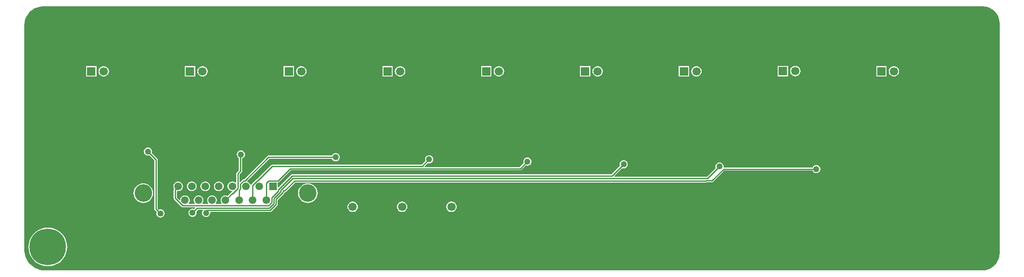
<source format=gbl>
G04*
G04 #@! TF.GenerationSoftware,Altium Limited,Altium Designer,20.0.11 (256)*
G04*
G04 Layer_Physical_Order=2*
G04 Layer_Color=16711680*
%FSLAX25Y25*%
%MOIN*%
G70*
G01*
G75*
%ADD10C,0.00984*%
%ADD39C,0.06653*%
%ADD40R,0.06653X0.06653*%
%ADD46C,0.29134*%
%ADD47C,0.06102*%
%ADD48R,0.06102X0.06102*%
%ADD49C,0.13976*%
%ADD50C,0.04921*%
G36*
X744776Y191910D02*
X745275Y191910D01*
X745764Y191883D01*
X747399Y191754D01*
X749470Y191257D01*
X751438Y190441D01*
X753255Y189328D01*
X754874Y187945D01*
X756258Y186325D01*
X757371Y184509D01*
X758186Y182541D01*
X758683Y180470D01*
X758812Y178838D01*
X758839Y178346D01*
X758839Y178346D01*
X758839Y177852D01*
X758839Y-4225D01*
X758839Y-4724D01*
X758839Y-4724D01*
X758813Y-5213D01*
X758679Y-6910D01*
X758168Y-9041D01*
X757329Y-11066D01*
X756183Y-12935D01*
X754760Y-14602D01*
X753093Y-16026D01*
X751224Y-17171D01*
X749199Y-18010D01*
X747067Y-18522D01*
X744926Y-18690D01*
X744882Y-18681D01*
X-2362D01*
X-2362Y-18681D01*
Y-18681D01*
X-2851Y-18654D01*
X-4493Y-18546D01*
X-6587Y-18129D01*
X-8609Y-17443D01*
X-10524Y-16499D01*
X-12299Y-15313D01*
X-13905Y-13905D01*
X-15313Y-12299D01*
X-16499Y-10524D01*
X-17443Y-8609D01*
X-18129Y-6587D01*
X-18546Y-4493D01*
X-18654Y-2851D01*
X-18681Y-2362D01*
X-18681D01*
Y177165D01*
X-18692Y177219D01*
X-18515Y179474D01*
X-17974Y181726D01*
X-17088Y183866D01*
X-15878Y185841D01*
X-14373Y187602D01*
X-12612Y189106D01*
X-10638Y190316D01*
X-8498Y191202D01*
X-6246Y191743D01*
X-4427Y191886D01*
X-3937Y191910D01*
Y191910D01*
X-3937Y191910D01*
X744776Y191910D01*
D02*
G37*
%LPC*%
G36*
X590063Y144429D02*
X581835D01*
Y136201D01*
X590063D01*
Y144429D01*
D02*
G37*
G36*
X595949Y144465D02*
X594875Y144323D01*
X593874Y143909D01*
X593014Y143249D01*
X592355Y142390D01*
X591940Y141389D01*
X591799Y140315D01*
X591940Y139241D01*
X592355Y138240D01*
X593014Y137381D01*
X593874Y136721D01*
X594875Y136307D01*
X595949Y136165D01*
X597023Y136307D01*
X598024Y136721D01*
X598883Y137381D01*
X599543Y138240D01*
X599957Y139241D01*
X600099Y140315D01*
X599957Y141389D01*
X599543Y142390D01*
X598883Y143249D01*
X598024Y143909D01*
X597023Y144323D01*
X595949Y144465D01*
D02*
G37*
G36*
X668642Y144280D02*
X660413D01*
Y136051D01*
X668642D01*
Y144280D01*
D02*
G37*
G36*
X511161D02*
X502933D01*
Y136051D01*
X511161D01*
Y144280D01*
D02*
G37*
G36*
X432421D02*
X424193D01*
Y136051D01*
X432421D01*
Y144280D01*
D02*
G37*
G36*
X353681D02*
X345453D01*
Y136051D01*
X353681D01*
Y144280D01*
D02*
G37*
G36*
X274941D02*
X266713D01*
Y136051D01*
X274941D01*
Y144280D01*
D02*
G37*
G36*
X196201D02*
X187972D01*
Y136051D01*
X196201D01*
Y144280D01*
D02*
G37*
G36*
X117461D02*
X109232D01*
Y136051D01*
X117461D01*
Y144280D01*
D02*
G37*
G36*
X38721D02*
X30492D01*
Y136051D01*
X38721D01*
Y144280D01*
D02*
G37*
G36*
X674528Y144315D02*
X673454Y144174D01*
X672453Y143759D01*
X671593Y143100D01*
X670934Y142240D01*
X670519Y141239D01*
X670378Y140165D01*
X670519Y139091D01*
X670934Y138091D01*
X671593Y137231D01*
X672453Y136572D01*
X673454Y136157D01*
X674528Y136016D01*
X675602Y136157D01*
X676602Y136572D01*
X677462Y137231D01*
X678121Y138091D01*
X678536Y139091D01*
X678677Y140165D01*
X678536Y141239D01*
X678121Y142240D01*
X677462Y143100D01*
X676602Y143759D01*
X675602Y144174D01*
X674528Y144315D01*
D02*
G37*
G36*
X517047D02*
X515973Y144174D01*
X514972Y143759D01*
X514113Y143100D01*
X513453Y142240D01*
X513039Y141239D01*
X512897Y140165D01*
X513039Y139091D01*
X513453Y138091D01*
X514113Y137231D01*
X514972Y136572D01*
X515973Y136157D01*
X517047Y136016D01*
X518121Y136157D01*
X519122Y136572D01*
X519981Y137231D01*
X520641Y138091D01*
X521056Y139091D01*
X521197Y140165D01*
X521056Y141239D01*
X520641Y142240D01*
X519981Y143100D01*
X519122Y143759D01*
X518121Y144174D01*
X517047Y144315D01*
D02*
G37*
G36*
X438307D02*
X437233Y144174D01*
X436232Y143759D01*
X435373Y143100D01*
X434714Y142240D01*
X434299Y141239D01*
X434158Y140165D01*
X434299Y139091D01*
X434714Y138091D01*
X435373Y137231D01*
X436232Y136572D01*
X437233Y136157D01*
X438307Y136016D01*
X439381Y136157D01*
X440382Y136572D01*
X441241Y137231D01*
X441901Y138091D01*
X442315Y139091D01*
X442457Y140165D01*
X442315Y141239D01*
X441901Y142240D01*
X441241Y143100D01*
X440382Y143759D01*
X439381Y144174D01*
X438307Y144315D01*
D02*
G37*
G36*
X359567D02*
X358493Y144174D01*
X357492Y143759D01*
X356633Y143100D01*
X355973Y142240D01*
X355559Y141239D01*
X355417Y140165D01*
X355559Y139091D01*
X355973Y138091D01*
X356633Y137231D01*
X357492Y136572D01*
X358493Y136157D01*
X359567Y136016D01*
X360641Y136157D01*
X361642Y136572D01*
X362501Y137231D01*
X363161Y138091D01*
X363575Y139091D01*
X363717Y140165D01*
X363575Y141239D01*
X363161Y142240D01*
X362501Y143100D01*
X361642Y143759D01*
X360641Y144174D01*
X359567Y144315D01*
D02*
G37*
G36*
X280827D02*
X279753Y144174D01*
X278752Y143759D01*
X277892Y143100D01*
X277233Y142240D01*
X276818Y141239D01*
X276677Y140165D01*
X276818Y139091D01*
X277233Y138091D01*
X277892Y137231D01*
X278752Y136572D01*
X279753Y136157D01*
X280827Y136016D01*
X281901Y136157D01*
X282902Y136572D01*
X283761Y137231D01*
X284420Y138091D01*
X284835Y139091D01*
X284977Y140165D01*
X284835Y141239D01*
X284420Y142240D01*
X283761Y143100D01*
X282902Y143759D01*
X281901Y144174D01*
X280827Y144315D01*
D02*
G37*
G36*
X202087D02*
X201013Y144174D01*
X200012Y143759D01*
X199152Y143100D01*
X198493Y142240D01*
X198078Y141239D01*
X197937Y140165D01*
X198078Y139091D01*
X198493Y138091D01*
X199152Y137231D01*
X200012Y136572D01*
X201013Y136157D01*
X202087Y136016D01*
X203161Y136157D01*
X204161Y136572D01*
X205021Y137231D01*
X205680Y138091D01*
X206095Y139091D01*
X206236Y140165D01*
X206095Y141239D01*
X205680Y142240D01*
X205021Y143100D01*
X204161Y143759D01*
X203161Y144174D01*
X202087Y144315D01*
D02*
G37*
G36*
X123346D02*
X122272Y144174D01*
X121272Y143759D01*
X120412Y143100D01*
X119753Y142240D01*
X119338Y141239D01*
X119197Y140165D01*
X119338Y139091D01*
X119753Y138091D01*
X120412Y137231D01*
X121272Y136572D01*
X122272Y136157D01*
X123346Y136016D01*
X124420Y136157D01*
X125421Y136572D01*
X126281Y137231D01*
X126940Y138091D01*
X127355Y139091D01*
X127496Y140165D01*
X127355Y141239D01*
X126940Y142240D01*
X126281Y143100D01*
X125421Y143759D01*
X124420Y144174D01*
X123346Y144315D01*
D02*
G37*
G36*
X44606D02*
X43532Y144174D01*
X42532Y143759D01*
X41672Y143100D01*
X41013Y142240D01*
X40598Y141239D01*
X40457Y140165D01*
X40598Y139091D01*
X41013Y138091D01*
X41672Y137231D01*
X42532Y136572D01*
X43532Y136157D01*
X44606Y136016D01*
X45680Y136157D01*
X46681Y136572D01*
X47541Y137231D01*
X48200Y138091D01*
X48615Y139091D01*
X48756Y140165D01*
X48615Y141239D01*
X48200Y142240D01*
X47541Y143100D01*
X46681Y143759D01*
X45680Y144174D01*
X44606Y144315D01*
D02*
G37*
G36*
X153937Y77134D02*
X153089Y77023D01*
X152299Y76696D01*
X151620Y76175D01*
X151100Y75496D01*
X150773Y74706D01*
X150661Y73858D01*
X150773Y73010D01*
X151100Y72220D01*
X151620Y71542D01*
X152239Y71067D01*
Y61119D01*
X150495Y59375D01*
X150495Y59375D01*
X150212Y58952D01*
Y58952D01*
X150212Y58952D01*
X150113Y58452D01*
Y51593D01*
X149613Y51346D01*
X149022Y51799D01*
X148089Y52186D01*
X147087Y52318D01*
X146084Y52186D01*
X145151Y51799D01*
X144349Y51184D01*
X143734Y50382D01*
X143347Y49448D01*
X143215Y48446D01*
X143347Y47444D01*
X143734Y46510D01*
X144349Y45709D01*
X145151Y45093D01*
X146084Y44707D01*
X146375Y44668D01*
X146750Y44115D01*
X146723Y44000D01*
X146300Y43718D01*
X143326Y40744D01*
X142695Y41005D01*
X141693Y41137D01*
X140691Y41005D01*
X139757Y40618D01*
X138955Y40003D01*
X138340Y39201D01*
X137953Y38267D01*
X137821Y37265D01*
X137953Y36263D01*
X138340Y35329D01*
X138793Y34739D01*
X138546Y34239D01*
X134052D01*
X133806Y34739D01*
X134258Y35329D01*
X134645Y36263D01*
X134777Y37265D01*
X134645Y38267D01*
X134258Y39201D01*
X133643Y40003D01*
X132841Y40618D01*
X131908Y41005D01*
X130905Y41137D01*
X129903Y41005D01*
X128970Y40618D01*
X128168Y40003D01*
X127552Y39201D01*
X127166Y38267D01*
X127034Y37265D01*
X127166Y36263D01*
X127552Y35329D01*
X128005Y34739D01*
X127759Y34239D01*
X123265D01*
X123018Y34739D01*
X123471Y35329D01*
X123858Y36263D01*
X123990Y37265D01*
X123858Y38267D01*
X123471Y39201D01*
X122856Y40003D01*
X122054Y40618D01*
X121120Y41005D01*
X120118Y41137D01*
X119116Y41005D01*
X118182Y40618D01*
X117380Y40003D01*
X116765Y39201D01*
X116378Y38267D01*
X116246Y37265D01*
X116378Y36263D01*
X116765Y35329D01*
X117218Y34739D01*
X116972Y34239D01*
X112477D01*
X112231Y34739D01*
X112684Y35329D01*
X113070Y36263D01*
X113202Y37265D01*
X113070Y38267D01*
X112684Y39201D01*
X112068Y40003D01*
X111267Y40618D01*
X110333Y41005D01*
X109331Y41137D01*
X108329Y41005D01*
X107395Y40618D01*
X106593Y40003D01*
X105978Y39201D01*
X105591Y38267D01*
X105494Y37530D01*
X104966Y37351D01*
X102879Y39437D01*
Y44210D01*
X103379Y44648D01*
X103937Y44575D01*
X104939Y44707D01*
X105873Y45093D01*
X106675Y45709D01*
X107290Y46510D01*
X107677Y47444D01*
X107809Y48446D01*
X107677Y49448D01*
X107290Y50382D01*
X106675Y51184D01*
X105873Y51799D01*
X104939Y52186D01*
X103937Y52318D01*
X102935Y52186D01*
X102001Y51799D01*
X101199Y51184D01*
X100584Y50382D01*
X100197Y49448D01*
X100065Y48446D01*
X100197Y47444D01*
X100584Y46510D01*
X100734Y46315D01*
X100652Y46233D01*
X100370Y45810D01*
X100270Y45311D01*
Y38897D01*
X100370Y38397D01*
X100652Y37974D01*
X106614Y32012D01*
X107038Y31729D01*
X107537Y31630D01*
X117163D01*
X117355Y31168D01*
X116536Y30349D01*
X116202Y30487D01*
X115354Y30599D01*
X114506Y30487D01*
X113716Y30160D01*
X113038Y29639D01*
X112517Y28961D01*
X112190Y28171D01*
X112078Y27323D01*
X112190Y26475D01*
X112517Y25685D01*
X113038Y25006D01*
X113716Y24486D01*
X114506Y24158D01*
X115354Y24047D01*
X116202Y24158D01*
X116992Y24486D01*
X117671Y25006D01*
X118192Y25685D01*
X118519Y26475D01*
X118630Y27323D01*
X118519Y28171D01*
X118381Y28504D01*
X119735Y29858D01*
X123543D01*
X123745Y29358D01*
X123339Y28829D01*
X123012Y28039D01*
X122900Y27191D01*
X123012Y26343D01*
X123339Y25553D01*
X123860Y24875D01*
X124538Y24354D01*
X125329Y24027D01*
X126177Y23915D01*
X127024Y24027D01*
X127814Y24354D01*
X128493Y24875D01*
X129014Y25553D01*
X129341Y26343D01*
X129453Y27191D01*
X129401Y27587D01*
X129839Y28087D01*
X177317D01*
X177816Y28186D01*
X178239Y28469D01*
X182852Y33081D01*
X183134Y33505D01*
X183234Y34004D01*
Y37464D01*
X188245Y42475D01*
X188528Y42898D01*
X188628Y43398D01*
Y43475D01*
X188729Y43577D01*
X188976D01*
X189476Y43677D01*
X189899Y43959D01*
X197391Y51451D01*
X524803D01*
X525302Y51551D01*
X525448Y51648D01*
X529518D01*
X530018Y51748D01*
X530441Y52030D01*
X539311Y60900D01*
X609623D01*
X609761Y60567D01*
X610282Y59888D01*
X610960Y59368D01*
X611751Y59040D01*
X612598Y58929D01*
X613446Y59040D01*
X614236Y59368D01*
X614915Y59888D01*
X615436Y60567D01*
X615763Y61357D01*
X615874Y62205D01*
X615763Y63053D01*
X615436Y63843D01*
X614915Y64521D01*
X614236Y65042D01*
X613446Y65369D01*
X612598Y65481D01*
X611751Y65369D01*
X610960Y65042D01*
X610282Y64521D01*
X609761Y63843D01*
X609623Y63509D01*
X539121D01*
X538677Y63971D01*
X538709Y64213D01*
X538597Y65061D01*
X538270Y65851D01*
X537750Y66529D01*
X537071Y67050D01*
X536281Y67377D01*
X535433Y67489D01*
X534585Y67377D01*
X533795Y67050D01*
X533117Y66529D01*
X532596Y65851D01*
X532269Y65061D01*
X532157Y64213D01*
X532269Y63365D01*
X532407Y63031D01*
X525404Y56029D01*
X451598D01*
X451407Y56491D01*
X457874Y62958D01*
X458207Y62820D01*
X459055Y62708D01*
X459903Y62820D01*
X460693Y63147D01*
X461372Y63668D01*
X461892Y64346D01*
X462220Y65136D01*
X462331Y65984D01*
X462220Y66832D01*
X461892Y67622D01*
X461372Y68301D01*
X460693Y68821D01*
X459903Y69149D01*
X459055Y69260D01*
X458207Y69149D01*
X457417Y68821D01*
X456739Y68301D01*
X456218Y67622D01*
X455891Y66832D01*
X455779Y65984D01*
X455891Y65136D01*
X456029Y64803D01*
X449223Y57998D01*
X194739D01*
X194239Y57898D01*
X193816Y57616D01*
X183749Y47549D01*
X183287Y47740D01*
Y51473D01*
X183486D01*
X183985Y51572D01*
X184408Y51855D01*
X193778Y61225D01*
X376702D01*
X377202Y61324D01*
X377625Y61607D01*
X381141Y65123D01*
X381475Y64985D01*
X382323Y64873D01*
X383171Y64985D01*
X383961Y65312D01*
X384639Y65833D01*
X385160Y66511D01*
X385487Y67302D01*
X385599Y68150D01*
X385487Y68998D01*
X385160Y69788D01*
X384639Y70466D01*
X383961Y70987D01*
X383171Y71314D01*
X382323Y71426D01*
X381475Y71314D01*
X380685Y70987D01*
X380006Y70466D01*
X379486Y69788D01*
X379158Y68998D01*
X379047Y68150D01*
X379158Y67302D01*
X379296Y66968D01*
X376162Y63834D01*
X300417D01*
X300226Y64296D01*
X302825Y66895D01*
X303159Y66757D01*
X304007Y66645D01*
X304854Y66757D01*
X305645Y67084D01*
X306323Y67605D01*
X306844Y68283D01*
X307171Y69073D01*
X307283Y69921D01*
X307171Y70769D01*
X306844Y71559D01*
X306323Y72238D01*
X305645Y72759D01*
X304854Y73086D01*
X304007Y73197D01*
X303159Y73086D01*
X302369Y72759D01*
X301690Y72238D01*
X301169Y71559D01*
X300842Y70769D01*
X300730Y69921D01*
X300842Y69073D01*
X300980Y68740D01*
X297846Y65606D01*
X178868D01*
X178369Y65506D01*
X177945Y65223D01*
X166788Y54066D01*
X166368Y53983D01*
X165945Y53700D01*
X162345Y50100D01*
X162063Y49677D01*
X162062Y49673D01*
X161879Y49603D01*
X161542Y49622D01*
X161227Y50382D01*
X160612Y51184D01*
X159810Y51799D01*
X159012Y52130D01*
X158824Y52648D01*
X176564Y70388D01*
X226552D01*
X226690Y70055D01*
X227211Y69376D01*
X227890Y68856D01*
X228680Y68528D01*
X229528Y68417D01*
X230376Y68528D01*
X231166Y68856D01*
X231844Y69376D01*
X232365Y70055D01*
X232692Y70845D01*
X232804Y71693D01*
X232692Y72541D01*
X232365Y73331D01*
X231844Y74010D01*
X231166Y74530D01*
X230376Y74857D01*
X229528Y74969D01*
X228680Y74857D01*
X227890Y74530D01*
X227211Y74010D01*
X226690Y73331D01*
X226552Y72998D01*
X176024D01*
X175524Y72898D01*
X175101Y72615D01*
X156567Y54082D01*
X156080D01*
X155581Y53983D01*
X155158Y53700D01*
X153184Y51726D01*
X152722Y51917D01*
Y57912D01*
X154466Y59656D01*
X154466Y59656D01*
X154749Y60079D01*
X154749Y60079D01*
X154749Y60079D01*
X154848Y60578D01*
X154848Y60578D01*
X154848Y60578D01*
Y70720D01*
X155575Y71021D01*
X156254Y71542D01*
X156774Y72220D01*
X157101Y73010D01*
X157213Y73858D01*
X157101Y74706D01*
X156774Y75496D01*
X156254Y76175D01*
X155575Y76696D01*
X154785Y77023D01*
X153937Y77134D01*
D02*
G37*
G36*
X136299Y52318D02*
X135297Y52186D01*
X134363Y51799D01*
X133562Y51184D01*
X132946Y50382D01*
X132559Y49448D01*
X132428Y48446D01*
X132559Y47444D01*
X132946Y46510D01*
X133562Y45709D01*
X134363Y45093D01*
X135297Y44707D01*
X136299Y44575D01*
X137301Y44707D01*
X138235Y45093D01*
X139037Y45709D01*
X139652Y46510D01*
X140039Y47444D01*
X140171Y48446D01*
X140039Y49448D01*
X139652Y50382D01*
X139037Y51184D01*
X138235Y51799D01*
X137301Y52186D01*
X136299Y52318D01*
D02*
G37*
G36*
X125512D02*
X124510Y52186D01*
X123576Y51799D01*
X122774Y51184D01*
X122159Y50382D01*
X121772Y49448D01*
X121640Y48446D01*
X121772Y47444D01*
X122159Y46510D01*
X122774Y45709D01*
X123576Y45093D01*
X124510Y44707D01*
X125512Y44575D01*
X126514Y44707D01*
X127448Y45093D01*
X128250Y45709D01*
X128865Y46510D01*
X129252Y47444D01*
X129384Y48446D01*
X129252Y49448D01*
X128865Y50382D01*
X128250Y51184D01*
X127448Y51799D01*
X126514Y52186D01*
X125512Y52318D01*
D02*
G37*
G36*
X114724D02*
X113722Y52186D01*
X112789Y51799D01*
X111987Y51184D01*
X111371Y50382D01*
X110985Y49448D01*
X110853Y48446D01*
X110985Y47444D01*
X111371Y46510D01*
X111987Y45709D01*
X112789Y45093D01*
X113722Y44707D01*
X114724Y44575D01*
X115726Y44707D01*
X116660Y45093D01*
X117462Y45709D01*
X118077Y46510D01*
X118464Y47444D01*
X118596Y48446D01*
X118464Y49448D01*
X118077Y50382D01*
X117462Y51184D01*
X116660Y51799D01*
X115726Y52186D01*
X114724Y52318D01*
D02*
G37*
G36*
X207244Y50779D02*
X205720Y50629D01*
X204254Y50184D01*
X202903Y49462D01*
X201719Y48490D01*
X200748Y47306D01*
X200026Y45955D01*
X199581Y44490D01*
X199431Y42965D01*
X199581Y41441D01*
X200026Y39975D01*
X200748Y38625D01*
X201719Y37441D01*
X202903Y36469D01*
X204254Y35747D01*
X205720Y35302D01*
X207244Y35152D01*
X208768Y35302D01*
X210234Y35747D01*
X211585Y36469D01*
X212769Y37441D01*
X213740Y38625D01*
X214463Y39975D01*
X214907Y41441D01*
X215057Y42965D01*
X214907Y44490D01*
X214463Y45955D01*
X213740Y47306D01*
X212769Y48490D01*
X211585Y49462D01*
X210234Y50184D01*
X208768Y50629D01*
X207244Y50779D01*
D02*
G37*
G36*
X76063D02*
X74539Y50629D01*
X73073Y50184D01*
X71722Y49462D01*
X70538Y48490D01*
X69567Y47306D01*
X68844Y45955D01*
X68400Y44490D01*
X68250Y42965D01*
X68400Y41441D01*
X68844Y39975D01*
X69567Y38625D01*
X70538Y37441D01*
X71722Y36469D01*
X73073Y35747D01*
X74539Y35302D01*
X76063Y35152D01*
X77587Y35302D01*
X79053Y35747D01*
X80404Y36469D01*
X81588Y37441D01*
X82559Y38625D01*
X83281Y39975D01*
X83726Y41441D01*
X83876Y42965D01*
X83726Y44490D01*
X83281Y45955D01*
X82559Y47306D01*
X81588Y48490D01*
X80404Y49462D01*
X79053Y50184D01*
X77587Y50629D01*
X76063Y50779D01*
D02*
G37*
G36*
X321772Y36256D02*
X320698Y36115D01*
X319697Y35700D01*
X318837Y35041D01*
X318178Y34181D01*
X317763Y33180D01*
X317622Y32106D01*
X317763Y31032D01*
X318178Y30031D01*
X318837Y29172D01*
X319697Y28513D01*
X320698Y28098D01*
X321772Y27957D01*
X322846Y28098D01*
X323846Y28513D01*
X324706Y29172D01*
X325365Y30031D01*
X325780Y31032D01*
X325921Y32106D01*
X325780Y33180D01*
X325365Y34181D01*
X324706Y35041D01*
X323846Y35700D01*
X322846Y36115D01*
X321772Y36256D01*
D02*
G37*
G36*
X282402D02*
X281328Y36115D01*
X280327Y35700D01*
X279467Y35041D01*
X278808Y34181D01*
X278393Y33180D01*
X278252Y32106D01*
X278393Y31032D01*
X278808Y30031D01*
X279467Y29172D01*
X280327Y28513D01*
X281328Y28098D01*
X282402Y27957D01*
X283476Y28098D01*
X284476Y28513D01*
X285336Y29172D01*
X285995Y30031D01*
X286410Y31032D01*
X286551Y32106D01*
X286410Y33180D01*
X285995Y34181D01*
X285336Y35041D01*
X284476Y35700D01*
X283476Y36115D01*
X282402Y36256D01*
D02*
G37*
G36*
X243032D02*
X241958Y36115D01*
X240957Y35700D01*
X240097Y35041D01*
X239438Y34181D01*
X239023Y33180D01*
X238882Y32106D01*
X239023Y31032D01*
X239438Y30031D01*
X240097Y29172D01*
X240957Y28513D01*
X241958Y28098D01*
X243032Y27957D01*
X244106Y28098D01*
X245106Y28513D01*
X245966Y29172D01*
X246625Y30031D01*
X247040Y31032D01*
X247181Y32106D01*
X247040Y33180D01*
X246625Y34181D01*
X245966Y35041D01*
X245106Y35700D01*
X244106Y36115D01*
X243032Y36256D01*
D02*
G37*
G36*
X79771Y79477D02*
X78923Y79366D01*
X78133Y79039D01*
X77455Y78518D01*
X76934Y77839D01*
X76607Y77049D01*
X76495Y76201D01*
X76607Y75353D01*
X76934Y74563D01*
X77455Y73885D01*
X78133Y73364D01*
X78923Y73037D01*
X79771Y72925D01*
X80619Y73037D01*
X80952Y73175D01*
X84916Y69212D01*
Y30315D01*
X85015Y29816D01*
X85298Y29392D01*
X86738Y27953D01*
X86599Y27619D01*
X86488Y26772D01*
X86599Y25924D01*
X86927Y25133D01*
X87447Y24455D01*
X88126Y23934D01*
X88916Y23607D01*
X89764Y23495D01*
X90612Y23607D01*
X91402Y23934D01*
X92080Y24455D01*
X92601Y25133D01*
X92928Y25924D01*
X93040Y26772D01*
X92928Y27619D01*
X92601Y28410D01*
X92080Y29088D01*
X91402Y29609D01*
X90612Y29936D01*
X89764Y30048D01*
X88916Y29936D01*
X88582Y29798D01*
X87525Y30855D01*
Y69752D01*
X87426Y70251D01*
X87143Y70675D01*
X82797Y75020D01*
X82935Y75353D01*
X83047Y76201D01*
X82935Y77049D01*
X82608Y77839D01*
X82087Y78518D01*
X81409Y79039D01*
X80619Y79366D01*
X79771Y79477D01*
D02*
G37*
G36*
X0Y15402D02*
X-2409Y15212D01*
X-4759Y14648D01*
X-6992Y13723D01*
X-9053Y12460D01*
X-10891Y10891D01*
X-12460Y9053D01*
X-13723Y6992D01*
X-14648Y4759D01*
X-15212Y2409D01*
X-15402Y0D01*
X-15212Y-2409D01*
X-14648Y-4759D01*
X-13723Y-6992D01*
X-12460Y-9053D01*
X-10891Y-10891D01*
X-9053Y-12460D01*
X-6992Y-13723D01*
X-4759Y-14648D01*
X-2409Y-15212D01*
X0Y-15402D01*
X2409Y-15212D01*
X4759Y-14648D01*
X6992Y-13723D01*
X9053Y-12460D01*
X10891Y-10891D01*
X12460Y-9053D01*
X13723Y-6992D01*
X14648Y-4759D01*
X15212Y-2409D01*
X15402Y0D01*
X15212Y2409D01*
X14648Y4759D01*
X13723Y6992D01*
X12460Y9053D01*
X10891Y10891D01*
X9053Y12460D01*
X6992Y13723D01*
X4759Y14648D01*
X2409Y15212D01*
X0Y15402D01*
D02*
G37*
%LPD*%
D10*
X125984Y27384D02*
X126177Y27191D01*
X125984Y27384D02*
Y28210D01*
X127165Y29391D01*
X101575Y38897D02*
X107537Y32935D01*
X176583Y31163D02*
X180157Y34738D01*
X175849Y32935D02*
X178386Y35472D01*
X115354Y27323D02*
X119194Y31163D01*
X107537Y32935D02*
X175849D01*
X119194Y31163D02*
X176583D01*
X127165Y29391D02*
X177317D01*
X187323Y44016D02*
X188189Y44882D01*
X187323Y43398D02*
Y44016D01*
X181929Y38004D02*
X187323Y43398D01*
X181929Y34004D02*
Y38004D01*
X177317Y29391D02*
X181929Y34004D01*
X188189Y44882D02*
X188976D01*
X196850Y52756D01*
X524803D01*
X185551Y45000D02*
X195276Y54724D01*
X525945D01*
X449764Y56693D02*
X459055Y65984D01*
X525945Y54724D02*
X535433Y64213D01*
X194739Y56693D02*
X449764D01*
X183780Y45734D02*
X194739Y56693D01*
X538770Y62205D02*
X612598D01*
X529518Y52953D02*
X538770Y62205D01*
X525000Y52953D02*
X529518D01*
X524803Y52756D02*
X525000Y52953D01*
X376702Y62529D02*
X382323Y68150D01*
X193238Y62529D02*
X376702D01*
X174055Y50965D02*
X175868Y52777D01*
X183486D01*
X183780Y44865D02*
Y45734D01*
X178386Y39472D02*
X183780Y44865D01*
X180157Y34738D02*
Y38738D01*
X178386Y35472D02*
Y39472D01*
X101575Y38897D02*
Y45311D01*
X180157Y38738D02*
X185551Y44131D01*
Y45000D01*
X103937Y47673D02*
Y48446D01*
X101575Y45311D02*
X103937Y47673D01*
X175868Y52777D02*
X183486D01*
X193238Y62529D01*
X174055Y50965D02*
X175868Y52777D01*
X178868Y64301D02*
X298386D01*
X304007Y69921D01*
X298386Y64301D02*
X304007Y69921D01*
X163268Y37265D02*
Y49177D01*
X166868Y52777D01*
X178868Y64301D02*
X298386D01*
X80539Y75433D02*
X86220Y69752D01*
Y30315D02*
Y69752D01*
X147222Y42795D02*
X147560D01*
X141693Y37265D02*
X147222Y42795D01*
X153543Y46273D02*
Y50240D01*
X152480Y45210D02*
X153543Y46273D01*
X150709Y45944D02*
X151417Y46653D01*
X147560Y42795D02*
X150709Y45944D01*
X156080Y52777D02*
X157108D01*
X153543Y50240D02*
X156080Y52777D01*
X79771Y76201D02*
X80539Y75433D01*
X86220Y30315D02*
X89764Y26772D01*
X153543Y73465D02*
X153937Y73858D01*
X153543Y60578D02*
Y73465D01*
X151417Y58452D02*
X153543Y60578D01*
X151417Y46653D02*
Y58452D01*
X176024Y71693D02*
X229528D01*
X157108Y52777D02*
X176024Y71693D01*
X152480Y37265D02*
Y45210D01*
X174055Y37265D02*
Y50965D01*
X167344Y52777D02*
X178868Y64301D01*
X166868Y52777D02*
X167344D01*
X163268Y49177D02*
X166868Y52777D01*
X163268Y37265D02*
Y49177D01*
X157108Y52777D02*
X176024Y71693D01*
X229528D01*
D39*
X321772Y32106D02*
D03*
X282402D02*
D03*
X243032D02*
D03*
X674528Y140165D02*
D03*
X44606D02*
D03*
X123346D02*
D03*
X202087D02*
D03*
X280827D02*
D03*
X359567D02*
D03*
X438307D02*
D03*
X517047D02*
D03*
X595949Y140315D02*
D03*
D40*
X331772Y32106D02*
D03*
X292402D02*
D03*
X253032D02*
D03*
X664528Y140165D02*
D03*
X34606D02*
D03*
X113346D02*
D03*
X192087D02*
D03*
X270827D02*
D03*
X349567D02*
D03*
X428307D02*
D03*
X507047D02*
D03*
X585949Y140315D02*
D03*
D46*
X740158Y0D02*
D03*
Y173228D02*
D03*
X0D02*
D03*
Y0D02*
D03*
D47*
X103937Y48446D02*
D03*
X114724D02*
D03*
X125512D02*
D03*
X136299D02*
D03*
X147087D02*
D03*
X157874D02*
D03*
X168661D02*
D03*
X109331Y37265D02*
D03*
X120118D02*
D03*
X130905D02*
D03*
X174055D02*
D03*
X163268D02*
D03*
X141693D02*
D03*
X152480D02*
D03*
D48*
X179449Y48446D02*
D03*
D49*
X76063Y42965D02*
D03*
X207244D02*
D03*
D50*
X669685Y86614D02*
D03*
X590945D02*
D03*
X512205Y86221D02*
D03*
X39764D02*
D03*
X118504Y85433D02*
D03*
X197244Y86614D02*
D03*
X275984Y85827D02*
D03*
X354331Y86221D02*
D03*
X433465Y86614D02*
D03*
X677559Y87008D02*
D03*
X669685Y92520D02*
D03*
X599213Y87008D02*
D03*
X590945Y92520D02*
D03*
X520079Y86614D02*
D03*
X512205Y92126D02*
D03*
X441339Y87008D02*
D03*
X433465Y92520D02*
D03*
X362598Y86614D02*
D03*
X354331Y92126D02*
D03*
X275984D02*
D03*
X283858Y87008D02*
D03*
X205118D02*
D03*
X197244Y92520D02*
D03*
X126378Y86614D02*
D03*
X118504Y91732D02*
D03*
X47244Y87008D02*
D03*
X39764Y92520D02*
D03*
X153937Y73858D02*
D03*
X79771Y76201D02*
D03*
X144882Y122835D02*
D03*
X223622D02*
D03*
X11626Y30075D02*
D03*
X126177Y27191D02*
D03*
X89764Y26772D02*
D03*
X612598Y62205D02*
D03*
X115354Y27323D02*
D03*
X535433Y64213D02*
D03*
X65846Y89323D02*
D03*
X144587D02*
D03*
X223327D02*
D03*
X302067D02*
D03*
X380807D02*
D03*
X695768D02*
D03*
X617189Y89472D02*
D03*
X459547Y89323D02*
D03*
X538287D02*
D03*
X229528Y71693D02*
D03*
X304007Y69921D02*
D03*
X382323Y68150D02*
D03*
X459055Y65984D02*
D03*
X696028Y122661D02*
D03*
X617449Y122811D02*
D03*
X538547Y122661D02*
D03*
X459807D02*
D03*
X381067D02*
D03*
X302327D02*
D03*
X66106D02*
D03*
M02*

</source>
